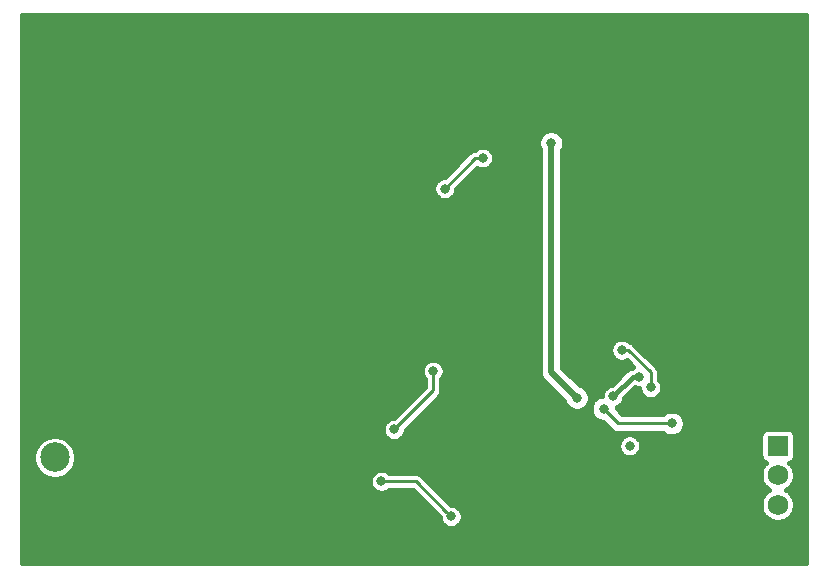
<source format=gbr>
%TF.GenerationSoftware,KiCad,Pcbnew,(5.1.4)-1*%
%TF.CreationDate,2020-02-28T22:37:56+08:00*%
%TF.ProjectId,power,706f7765-722e-46b6-9963-61645f706362,rev?*%
%TF.SameCoordinates,Original*%
%TF.FileFunction,Copper,L2,Bot*%
%TF.FilePolarity,Positive*%
%FSLAX46Y46*%
G04 Gerber Fmt 4.6, Leading zero omitted, Abs format (unit mm)*
G04 Created by KiCad (PCBNEW (5.1.4)-1) date 2020-02-28 22:37:56*
%MOMM*%
%LPD*%
G04 APERTURE LIST*
%ADD10C,0.800000*%
%ADD11C,6.000000*%
%ADD12C,2.500000*%
%ADD13C,1.750000*%
%ADD14R,1.750000X1.750000*%
%ADD15C,0.381000*%
%ADD16C,0.254000*%
%ADD17C,0.508000*%
%ADD18C,0.250000*%
%ADD19C,0.350000*%
G04 APERTURE END LIST*
D10*
X85456810Y-49062500D03*
X85456810Y-51437500D03*
X83400000Y-52625000D03*
X81343190Y-51437500D03*
X81343190Y-49062500D03*
X83400000Y-47875000D03*
D11*
X83400000Y-50250000D03*
D10*
X38456810Y-45062500D03*
X38456810Y-47437500D03*
X36400000Y-48625000D03*
X34343190Y-47437500D03*
X34343190Y-45062500D03*
X36400000Y-43875000D03*
D11*
X36400000Y-46250000D03*
D12*
X23600000Y-63250000D03*
X23600000Y-58250000D03*
D13*
X84800000Y-64750000D03*
X84800000Y-62250000D03*
X84800000Y-59750000D03*
D14*
X84800000Y-57250000D03*
D10*
X62992000Y-34036000D03*
X58039000Y-32131000D03*
X78740000Y-59055000D03*
X72263000Y-57270992D03*
X70866000Y-53086000D03*
X73075350Y-51396340D03*
X51259748Y-60276752D03*
X57150000Y-63246000D03*
X52324000Y-55880012D03*
X55626000Y-50927000D03*
X75819000Y-55372000D03*
X70062185Y-54117880D03*
X65626000Y-31623000D03*
X67797342Y-53211206D03*
X56624807Y-35480210D03*
X59817000Y-32893002D03*
X74041000Y-52324000D03*
X71596290Y-49152485D03*
D15*
X72390000Y-57143992D02*
X72263000Y-57270992D01*
X70866000Y-53086000D02*
X72555660Y-51396340D01*
X72555660Y-51396340D02*
X73075350Y-51396340D01*
D16*
X54180752Y-60276752D02*
X56750001Y-62846001D01*
X56750001Y-62846001D02*
X57150000Y-63246000D01*
X51259748Y-60276752D02*
X54180752Y-60276752D01*
X55626000Y-52578012D02*
X55626000Y-51492685D01*
X55626000Y-51492685D02*
X55626000Y-50927000D01*
X52324000Y-55880012D02*
X55626000Y-52578012D01*
X71316305Y-55372000D02*
X70062185Y-54117880D01*
X75819000Y-55372000D02*
X71316305Y-55372000D01*
D17*
X67397343Y-52811207D02*
X67797342Y-53211206D01*
X65626000Y-31623000D02*
X65626000Y-51039864D01*
X65626000Y-51039864D02*
X67397343Y-52811207D01*
D16*
X59212015Y-32893002D02*
X59251315Y-32893002D01*
X59251315Y-32893002D02*
X59817000Y-32893002D01*
X56624807Y-35480210D02*
X59212015Y-32893002D01*
D18*
X74041000Y-51031510D02*
X72161975Y-49152485D01*
X72161975Y-49152485D02*
X71596290Y-49152485D01*
X74041000Y-52324000D02*
X74041000Y-51031510D01*
D15*
G36*
X87178501Y-67178500D02*
G01*
X20821500Y-67178500D01*
X20821500Y-60181068D01*
X50288248Y-60181068D01*
X50288248Y-60372436D01*
X50325582Y-60560128D01*
X50398816Y-60736930D01*
X50505134Y-60896047D01*
X50640453Y-61031366D01*
X50799570Y-61137684D01*
X50976372Y-61210918D01*
X51164064Y-61248252D01*
X51355432Y-61248252D01*
X51543124Y-61210918D01*
X51719926Y-61137684D01*
X51879043Y-61031366D01*
X51935157Y-60975252D01*
X53891425Y-60975252D01*
X56178500Y-63262328D01*
X56178500Y-63341684D01*
X56215834Y-63529376D01*
X56289068Y-63706178D01*
X56395386Y-63865295D01*
X56530705Y-64000614D01*
X56689822Y-64106932D01*
X56866624Y-64180166D01*
X57054316Y-64217500D01*
X57245684Y-64217500D01*
X57433376Y-64180166D01*
X57610178Y-64106932D01*
X57769295Y-64000614D01*
X57904614Y-63865295D01*
X58010932Y-63706178D01*
X58084166Y-63529376D01*
X58121500Y-63341684D01*
X58121500Y-63150316D01*
X58084166Y-62962624D01*
X58010932Y-62785822D01*
X57904614Y-62626705D01*
X57769295Y-62491386D01*
X57610178Y-62385068D01*
X57433376Y-62311834D01*
X57245684Y-62274500D01*
X57166328Y-62274500D01*
X54698927Y-59807100D01*
X54677055Y-59780449D01*
X54570695Y-59693161D01*
X54449349Y-59628300D01*
X54317682Y-59588359D01*
X54215061Y-59578252D01*
X54215050Y-59578252D01*
X54180752Y-59574874D01*
X54146454Y-59578252D01*
X51935157Y-59578252D01*
X51879043Y-59522138D01*
X51719926Y-59415820D01*
X51543124Y-59342586D01*
X51355432Y-59305252D01*
X51164064Y-59305252D01*
X50976372Y-59342586D01*
X50799570Y-59415820D01*
X50640453Y-59522138D01*
X50505134Y-59657457D01*
X50398816Y-59816574D01*
X50325582Y-59993376D01*
X50288248Y-60181068D01*
X20821500Y-60181068D01*
X20821500Y-58070598D01*
X21778500Y-58070598D01*
X21778500Y-58429402D01*
X21848500Y-58781312D01*
X21985808Y-59112804D01*
X22185149Y-59411138D01*
X22438862Y-59664851D01*
X22737196Y-59864192D01*
X23068688Y-60001500D01*
X23420598Y-60071500D01*
X23779402Y-60071500D01*
X24131312Y-60001500D01*
X24462804Y-59864192D01*
X24761138Y-59664851D01*
X25014851Y-59411138D01*
X25214192Y-59112804D01*
X25351500Y-58781312D01*
X25421500Y-58429402D01*
X25421500Y-58070598D01*
X25351500Y-57718688D01*
X25214192Y-57387196D01*
X25072613Y-57175308D01*
X71291500Y-57175308D01*
X71291500Y-57366676D01*
X71328834Y-57554368D01*
X71402068Y-57731170D01*
X71508386Y-57890287D01*
X71643705Y-58025606D01*
X71802822Y-58131924D01*
X71979624Y-58205158D01*
X72167316Y-58242492D01*
X72358684Y-58242492D01*
X72546376Y-58205158D01*
X72723178Y-58131924D01*
X72882295Y-58025606D01*
X73017614Y-57890287D01*
X73123932Y-57731170D01*
X73197166Y-57554368D01*
X73234500Y-57366676D01*
X73234500Y-57175308D01*
X73197166Y-56987616D01*
X73123932Y-56810814D01*
X73017614Y-56651697D01*
X72882295Y-56516378D01*
X72723178Y-56410060D01*
X72546376Y-56336826D01*
X72358684Y-56299492D01*
X72167316Y-56299492D01*
X71979624Y-56336826D01*
X71802822Y-56410060D01*
X71643705Y-56516378D01*
X71508386Y-56651697D01*
X71402068Y-56810814D01*
X71328834Y-56987616D01*
X71291500Y-57175308D01*
X25072613Y-57175308D01*
X25014851Y-57088862D01*
X24761138Y-56835149D01*
X24462804Y-56635808D01*
X24131312Y-56498500D01*
X23779402Y-56428500D01*
X23420598Y-56428500D01*
X23068688Y-56498500D01*
X22737196Y-56635808D01*
X22438862Y-56835149D01*
X22185149Y-57088862D01*
X21985808Y-57387196D01*
X21848500Y-57718688D01*
X21778500Y-58070598D01*
X20821500Y-58070598D01*
X20821500Y-55784328D01*
X51352500Y-55784328D01*
X51352500Y-55975696D01*
X51389834Y-56163388D01*
X51463068Y-56340190D01*
X51569386Y-56499307D01*
X51704705Y-56634626D01*
X51863822Y-56740944D01*
X52040624Y-56814178D01*
X52228316Y-56851512D01*
X52419684Y-56851512D01*
X52607376Y-56814178D01*
X52784178Y-56740944D01*
X52943295Y-56634626D01*
X53078614Y-56499307D01*
X53184932Y-56340190D01*
X53258166Y-56163388D01*
X53295500Y-55975696D01*
X53295500Y-55896339D01*
X56095667Y-53096174D01*
X56122302Y-53074315D01*
X56144162Y-53047679D01*
X56144174Y-53047667D01*
X56209591Y-52967956D01*
X56274451Y-52846611D01*
X56274452Y-52846608D01*
X56314393Y-52714942D01*
X56324500Y-52612321D01*
X56324500Y-52612311D01*
X56327878Y-52578013D01*
X56324500Y-52543715D01*
X56324500Y-51602409D01*
X56380614Y-51546295D01*
X56486932Y-51387178D01*
X56560166Y-51210376D01*
X56597500Y-51022684D01*
X56597500Y-50831316D01*
X56560166Y-50643624D01*
X56486932Y-50466822D01*
X56380614Y-50307705D01*
X56245295Y-50172386D01*
X56086178Y-50066068D01*
X55909376Y-49992834D01*
X55721684Y-49955500D01*
X55530316Y-49955500D01*
X55342624Y-49992834D01*
X55165822Y-50066068D01*
X55006705Y-50172386D01*
X54871386Y-50307705D01*
X54765068Y-50466822D01*
X54691834Y-50643624D01*
X54654500Y-50831316D01*
X54654500Y-51022684D01*
X54691834Y-51210376D01*
X54765068Y-51387178D01*
X54871386Y-51546295D01*
X54927501Y-51602410D01*
X54927500Y-52288683D01*
X52307673Y-54908512D01*
X52228316Y-54908512D01*
X52040624Y-54945846D01*
X51863822Y-55019080D01*
X51704705Y-55125398D01*
X51569386Y-55260717D01*
X51463068Y-55419834D01*
X51389834Y-55596636D01*
X51352500Y-55784328D01*
X20821500Y-55784328D01*
X20821500Y-35384526D01*
X55653307Y-35384526D01*
X55653307Y-35575894D01*
X55690641Y-35763586D01*
X55763875Y-35940388D01*
X55870193Y-36099505D01*
X56005512Y-36234824D01*
X56164629Y-36341142D01*
X56341431Y-36414376D01*
X56529123Y-36451710D01*
X56720491Y-36451710D01*
X56908183Y-36414376D01*
X57084985Y-36341142D01*
X57244102Y-36234824D01*
X57379421Y-36099505D01*
X57485739Y-35940388D01*
X57558973Y-35763586D01*
X57596307Y-35575894D01*
X57596307Y-35496537D01*
X59346085Y-33746760D01*
X59356822Y-33753934D01*
X59533624Y-33827168D01*
X59721316Y-33864502D01*
X59912684Y-33864502D01*
X60100376Y-33827168D01*
X60277178Y-33753934D01*
X60436295Y-33647616D01*
X60571614Y-33512297D01*
X60677932Y-33353180D01*
X60751166Y-33176378D01*
X60788500Y-32988686D01*
X60788500Y-32797318D01*
X60751166Y-32609626D01*
X60677932Y-32432824D01*
X60571614Y-32273707D01*
X60436295Y-32138388D01*
X60277178Y-32032070D01*
X60100376Y-31958836D01*
X59912684Y-31921502D01*
X59721316Y-31921502D01*
X59533624Y-31958836D01*
X59356822Y-32032070D01*
X59197705Y-32138388D01*
X59137645Y-32198448D01*
X59075085Y-32204609D01*
X58943418Y-32244550D01*
X58822072Y-32309411D01*
X58742361Y-32374828D01*
X58742358Y-32374831D01*
X58715712Y-32396699D01*
X58693844Y-32423345D01*
X56608480Y-34508710D01*
X56529123Y-34508710D01*
X56341431Y-34546044D01*
X56164629Y-34619278D01*
X56005512Y-34725596D01*
X55870193Y-34860915D01*
X55763875Y-35020032D01*
X55690641Y-35196834D01*
X55653307Y-35384526D01*
X20821500Y-35384526D01*
X20821500Y-31514807D01*
X64527500Y-31514807D01*
X64527500Y-31731193D01*
X64569715Y-31943421D01*
X64652522Y-32143335D01*
X64673500Y-32174731D01*
X64673501Y-50993069D01*
X64668892Y-51039864D01*
X64687283Y-51226586D01*
X64741749Y-51406133D01*
X64829009Y-51569386D01*
X64830195Y-51571605D01*
X64949223Y-51716642D01*
X64985565Y-51746467D01*
X66733690Y-53494592D01*
X66741057Y-53531627D01*
X66823864Y-53731541D01*
X66944081Y-53911459D01*
X67097089Y-54064467D01*
X67277007Y-54184684D01*
X67476921Y-54267491D01*
X67689149Y-54309706D01*
X67905535Y-54309706D01*
X68117763Y-54267491D01*
X68317677Y-54184684D01*
X68497595Y-54064467D01*
X68552375Y-54009687D01*
X68963685Y-54009687D01*
X68963685Y-54226073D01*
X69005900Y-54438301D01*
X69088707Y-54638215D01*
X69208924Y-54818133D01*
X69361932Y-54971141D01*
X69541850Y-55091358D01*
X69741764Y-55174165D01*
X69953992Y-55216380D01*
X69993252Y-55216380D01*
X70703916Y-55927045D01*
X70729764Y-55958541D01*
X70761260Y-55984389D01*
X70761263Y-55984392D01*
X70855462Y-56061699D01*
X70998871Y-56138353D01*
X71154479Y-56185556D01*
X71275752Y-56197500D01*
X71275755Y-56197500D01*
X71316305Y-56201494D01*
X71356855Y-56197500D01*
X75090986Y-56197500D01*
X75118747Y-56225261D01*
X75298665Y-56345478D01*
X75498579Y-56428285D01*
X75710807Y-56470500D01*
X75927193Y-56470500D01*
X76139421Y-56428285D01*
X76268062Y-56375000D01*
X83350735Y-56375000D01*
X83350735Y-58125000D01*
X83361769Y-58237034D01*
X83394448Y-58344762D01*
X83447516Y-58444045D01*
X83518933Y-58531067D01*
X83605955Y-58602484D01*
X83705238Y-58655552D01*
X83812966Y-58688231D01*
X83815827Y-58688513D01*
X83676430Y-58827910D01*
X83518128Y-59064825D01*
X83409088Y-59328072D01*
X83353500Y-59607532D01*
X83353500Y-59892468D01*
X83409088Y-60171928D01*
X83518128Y-60435175D01*
X83676430Y-60672090D01*
X83877910Y-60873570D01*
X84067125Y-61000000D01*
X83877910Y-61126430D01*
X83676430Y-61327910D01*
X83518128Y-61564825D01*
X83409088Y-61828072D01*
X83353500Y-62107532D01*
X83353500Y-62392468D01*
X83409088Y-62671928D01*
X83518128Y-62935175D01*
X83676430Y-63172090D01*
X83877910Y-63373570D01*
X84114825Y-63531872D01*
X84378072Y-63640912D01*
X84657532Y-63696500D01*
X84942468Y-63696500D01*
X85221928Y-63640912D01*
X85485175Y-63531872D01*
X85722090Y-63373570D01*
X85923570Y-63172090D01*
X86081872Y-62935175D01*
X86190912Y-62671928D01*
X86246500Y-62392468D01*
X86246500Y-62107532D01*
X86190912Y-61828072D01*
X86081872Y-61564825D01*
X85923570Y-61327910D01*
X85722090Y-61126430D01*
X85532875Y-61000000D01*
X85722090Y-60873570D01*
X85923570Y-60672090D01*
X86081872Y-60435175D01*
X86190912Y-60171928D01*
X86246500Y-59892468D01*
X86246500Y-59607532D01*
X86190912Y-59328072D01*
X86081872Y-59064825D01*
X85923570Y-58827910D01*
X85784173Y-58688513D01*
X85787034Y-58688231D01*
X85894762Y-58655552D01*
X85994045Y-58602484D01*
X86081067Y-58531067D01*
X86152484Y-58444045D01*
X86205552Y-58344762D01*
X86238231Y-58237034D01*
X86249265Y-58125000D01*
X86249265Y-56375000D01*
X86238231Y-56262966D01*
X86205552Y-56155238D01*
X86152484Y-56055955D01*
X86081067Y-55968933D01*
X85994045Y-55897516D01*
X85894762Y-55844448D01*
X85787034Y-55811769D01*
X85675000Y-55800735D01*
X83925000Y-55800735D01*
X83812966Y-55811769D01*
X83705238Y-55844448D01*
X83605955Y-55897516D01*
X83518933Y-55968933D01*
X83447516Y-56055955D01*
X83394448Y-56155238D01*
X83361769Y-56262966D01*
X83350735Y-56375000D01*
X76268062Y-56375000D01*
X76339335Y-56345478D01*
X76519253Y-56225261D01*
X76672261Y-56072253D01*
X76792478Y-55892335D01*
X76875285Y-55692421D01*
X76917500Y-55480193D01*
X76917500Y-55263807D01*
X76875285Y-55051579D01*
X76792478Y-54851665D01*
X76672261Y-54671747D01*
X76519253Y-54518739D01*
X76339335Y-54398522D01*
X76139421Y-54315715D01*
X75927193Y-54273500D01*
X75710807Y-54273500D01*
X75498579Y-54315715D01*
X75298665Y-54398522D01*
X75118747Y-54518739D01*
X75090986Y-54546500D01*
X71658239Y-54546500D01*
X71160685Y-54048947D01*
X71160685Y-54015482D01*
X71326178Y-53946932D01*
X71485295Y-53840614D01*
X71620614Y-53705295D01*
X71726932Y-53546178D01*
X71800166Y-53369376D01*
X71834906Y-53194724D01*
X72726320Y-52303311D01*
X72791974Y-52330506D01*
X72979666Y-52367840D01*
X73069500Y-52367840D01*
X73069500Y-52419684D01*
X73106834Y-52607376D01*
X73180068Y-52784178D01*
X73286386Y-52943295D01*
X73421705Y-53078614D01*
X73580822Y-53184932D01*
X73757624Y-53258166D01*
X73945316Y-53295500D01*
X74136684Y-53295500D01*
X74324376Y-53258166D01*
X74501178Y-53184932D01*
X74660295Y-53078614D01*
X74795614Y-52943295D01*
X74901932Y-52784178D01*
X74975166Y-52607376D01*
X75012500Y-52419684D01*
X75012500Y-52228316D01*
X74975166Y-52040624D01*
X74901932Y-51863822D01*
X74795614Y-51704705D01*
X74737500Y-51646591D01*
X74737500Y-51065726D01*
X74740870Y-51031510D01*
X74727422Y-50894972D01*
X74687596Y-50763681D01*
X74647645Y-50688939D01*
X74622921Y-50642683D01*
X74535883Y-50536627D01*
X74509305Y-50514815D01*
X72678675Y-48684186D01*
X72656858Y-48657602D01*
X72550802Y-48570564D01*
X72429804Y-48505889D01*
X72298513Y-48466063D01*
X72282167Y-48464453D01*
X72215585Y-48397871D01*
X72056468Y-48291553D01*
X71879666Y-48218319D01*
X71691974Y-48180985D01*
X71500606Y-48180985D01*
X71312914Y-48218319D01*
X71136112Y-48291553D01*
X70976995Y-48397871D01*
X70841676Y-48533190D01*
X70735358Y-48692307D01*
X70662124Y-48869109D01*
X70624790Y-49056801D01*
X70624790Y-49248169D01*
X70662124Y-49435861D01*
X70735358Y-49612663D01*
X70841676Y-49771780D01*
X70976995Y-49907099D01*
X71136112Y-50013417D01*
X71312914Y-50086651D01*
X71500606Y-50123985D01*
X71691974Y-50123985D01*
X71879666Y-50086651D01*
X72043344Y-50018853D01*
X72582038Y-50557547D01*
X72458270Y-50640246D01*
X72406282Y-50645366D01*
X72262645Y-50688938D01*
X72130268Y-50759695D01*
X72014238Y-50854918D01*
X71990381Y-50883988D01*
X70757276Y-52117094D01*
X70582624Y-52151834D01*
X70405822Y-52225068D01*
X70246705Y-52331386D01*
X70111386Y-52466705D01*
X70005068Y-52625822D01*
X69931834Y-52802624D01*
X69894500Y-52990316D01*
X69894500Y-53031214D01*
X69741764Y-53061595D01*
X69541850Y-53144402D01*
X69361932Y-53264619D01*
X69208924Y-53417627D01*
X69088707Y-53597545D01*
X69005900Y-53797459D01*
X68963685Y-54009687D01*
X68552375Y-54009687D01*
X68650603Y-53911459D01*
X68770820Y-53731541D01*
X68853627Y-53531627D01*
X68895842Y-53319399D01*
X68895842Y-53103013D01*
X68853627Y-52890785D01*
X68770820Y-52690871D01*
X68650603Y-52510953D01*
X68497595Y-52357945D01*
X68317677Y-52237728D01*
X68117763Y-52154921D01*
X68080728Y-52147554D01*
X66578500Y-50645326D01*
X66578500Y-32174731D01*
X66599478Y-32143335D01*
X66682285Y-31943421D01*
X66724500Y-31731193D01*
X66724500Y-31514807D01*
X66682285Y-31302579D01*
X66599478Y-31102665D01*
X66479261Y-30922747D01*
X66326253Y-30769739D01*
X66146335Y-30649522D01*
X65946421Y-30566715D01*
X65734193Y-30524500D01*
X65517807Y-30524500D01*
X65305579Y-30566715D01*
X65105665Y-30649522D01*
X64925747Y-30769739D01*
X64772739Y-30922747D01*
X64652522Y-31102665D01*
X64569715Y-31302579D01*
X64527500Y-31514807D01*
X20821500Y-31514807D01*
X20821500Y-20821500D01*
X87178500Y-20821500D01*
X87178501Y-67178500D01*
X87178501Y-67178500D01*
G37*
X87178501Y-67178500D02*
X20821500Y-67178500D01*
X20821500Y-60181068D01*
X50288248Y-60181068D01*
X50288248Y-60372436D01*
X50325582Y-60560128D01*
X50398816Y-60736930D01*
X50505134Y-60896047D01*
X50640453Y-61031366D01*
X50799570Y-61137684D01*
X50976372Y-61210918D01*
X51164064Y-61248252D01*
X51355432Y-61248252D01*
X51543124Y-61210918D01*
X51719926Y-61137684D01*
X51879043Y-61031366D01*
X51935157Y-60975252D01*
X53891425Y-60975252D01*
X56178500Y-63262328D01*
X56178500Y-63341684D01*
X56215834Y-63529376D01*
X56289068Y-63706178D01*
X56395386Y-63865295D01*
X56530705Y-64000614D01*
X56689822Y-64106932D01*
X56866624Y-64180166D01*
X57054316Y-64217500D01*
X57245684Y-64217500D01*
X57433376Y-64180166D01*
X57610178Y-64106932D01*
X57769295Y-64000614D01*
X57904614Y-63865295D01*
X58010932Y-63706178D01*
X58084166Y-63529376D01*
X58121500Y-63341684D01*
X58121500Y-63150316D01*
X58084166Y-62962624D01*
X58010932Y-62785822D01*
X57904614Y-62626705D01*
X57769295Y-62491386D01*
X57610178Y-62385068D01*
X57433376Y-62311834D01*
X57245684Y-62274500D01*
X57166328Y-62274500D01*
X54698927Y-59807100D01*
X54677055Y-59780449D01*
X54570695Y-59693161D01*
X54449349Y-59628300D01*
X54317682Y-59588359D01*
X54215061Y-59578252D01*
X54215050Y-59578252D01*
X54180752Y-59574874D01*
X54146454Y-59578252D01*
X51935157Y-59578252D01*
X51879043Y-59522138D01*
X51719926Y-59415820D01*
X51543124Y-59342586D01*
X51355432Y-59305252D01*
X51164064Y-59305252D01*
X50976372Y-59342586D01*
X50799570Y-59415820D01*
X50640453Y-59522138D01*
X50505134Y-59657457D01*
X50398816Y-59816574D01*
X50325582Y-59993376D01*
X50288248Y-60181068D01*
X20821500Y-60181068D01*
X20821500Y-58070598D01*
X21778500Y-58070598D01*
X21778500Y-58429402D01*
X21848500Y-58781312D01*
X21985808Y-59112804D01*
X22185149Y-59411138D01*
X22438862Y-59664851D01*
X22737196Y-59864192D01*
X23068688Y-60001500D01*
X23420598Y-60071500D01*
X23779402Y-60071500D01*
X24131312Y-60001500D01*
X24462804Y-59864192D01*
X24761138Y-59664851D01*
X25014851Y-59411138D01*
X25214192Y-59112804D01*
X25351500Y-58781312D01*
X25421500Y-58429402D01*
X25421500Y-58070598D01*
X25351500Y-57718688D01*
X25214192Y-57387196D01*
X25072613Y-57175308D01*
X71291500Y-57175308D01*
X71291500Y-57366676D01*
X71328834Y-57554368D01*
X71402068Y-57731170D01*
X71508386Y-57890287D01*
X71643705Y-58025606D01*
X71802822Y-58131924D01*
X71979624Y-58205158D01*
X72167316Y-58242492D01*
X72358684Y-58242492D01*
X72546376Y-58205158D01*
X72723178Y-58131924D01*
X72882295Y-58025606D01*
X73017614Y-57890287D01*
X73123932Y-57731170D01*
X73197166Y-57554368D01*
X73234500Y-57366676D01*
X73234500Y-57175308D01*
X73197166Y-56987616D01*
X73123932Y-56810814D01*
X73017614Y-56651697D01*
X72882295Y-56516378D01*
X72723178Y-56410060D01*
X72546376Y-56336826D01*
X72358684Y-56299492D01*
X72167316Y-56299492D01*
X71979624Y-56336826D01*
X71802822Y-56410060D01*
X71643705Y-56516378D01*
X71508386Y-56651697D01*
X71402068Y-56810814D01*
X71328834Y-56987616D01*
X71291500Y-57175308D01*
X25072613Y-57175308D01*
X25014851Y-57088862D01*
X24761138Y-56835149D01*
X24462804Y-56635808D01*
X24131312Y-56498500D01*
X23779402Y-56428500D01*
X23420598Y-56428500D01*
X23068688Y-56498500D01*
X22737196Y-56635808D01*
X22438862Y-56835149D01*
X22185149Y-57088862D01*
X21985808Y-57387196D01*
X21848500Y-57718688D01*
X21778500Y-58070598D01*
X20821500Y-58070598D01*
X20821500Y-55784328D01*
X51352500Y-55784328D01*
X51352500Y-55975696D01*
X51389834Y-56163388D01*
X51463068Y-56340190D01*
X51569386Y-56499307D01*
X51704705Y-56634626D01*
X51863822Y-56740944D01*
X52040624Y-56814178D01*
X52228316Y-56851512D01*
X52419684Y-56851512D01*
X52607376Y-56814178D01*
X52784178Y-56740944D01*
X52943295Y-56634626D01*
X53078614Y-56499307D01*
X53184932Y-56340190D01*
X53258166Y-56163388D01*
X53295500Y-55975696D01*
X53295500Y-55896339D01*
X56095667Y-53096174D01*
X56122302Y-53074315D01*
X56144162Y-53047679D01*
X56144174Y-53047667D01*
X56209591Y-52967956D01*
X56274451Y-52846611D01*
X56274452Y-52846608D01*
X56314393Y-52714942D01*
X56324500Y-52612321D01*
X56324500Y-52612311D01*
X56327878Y-52578013D01*
X56324500Y-52543715D01*
X56324500Y-51602409D01*
X56380614Y-51546295D01*
X56486932Y-51387178D01*
X56560166Y-51210376D01*
X56597500Y-51022684D01*
X56597500Y-50831316D01*
X56560166Y-50643624D01*
X56486932Y-50466822D01*
X56380614Y-50307705D01*
X56245295Y-50172386D01*
X56086178Y-50066068D01*
X55909376Y-49992834D01*
X55721684Y-49955500D01*
X55530316Y-49955500D01*
X55342624Y-49992834D01*
X55165822Y-50066068D01*
X55006705Y-50172386D01*
X54871386Y-50307705D01*
X54765068Y-50466822D01*
X54691834Y-50643624D01*
X54654500Y-50831316D01*
X54654500Y-51022684D01*
X54691834Y-51210376D01*
X54765068Y-51387178D01*
X54871386Y-51546295D01*
X54927501Y-51602410D01*
X54927500Y-52288683D01*
X52307673Y-54908512D01*
X52228316Y-54908512D01*
X52040624Y-54945846D01*
X51863822Y-55019080D01*
X51704705Y-55125398D01*
X51569386Y-55260717D01*
X51463068Y-55419834D01*
X51389834Y-55596636D01*
X51352500Y-55784328D01*
X20821500Y-55784328D01*
X20821500Y-35384526D01*
X55653307Y-35384526D01*
X55653307Y-35575894D01*
X55690641Y-35763586D01*
X55763875Y-35940388D01*
X55870193Y-36099505D01*
X56005512Y-36234824D01*
X56164629Y-36341142D01*
X56341431Y-36414376D01*
X56529123Y-36451710D01*
X56720491Y-36451710D01*
X56908183Y-36414376D01*
X57084985Y-36341142D01*
X57244102Y-36234824D01*
X57379421Y-36099505D01*
X57485739Y-35940388D01*
X57558973Y-35763586D01*
X57596307Y-35575894D01*
X57596307Y-35496537D01*
X59346085Y-33746760D01*
X59356822Y-33753934D01*
X59533624Y-33827168D01*
X59721316Y-33864502D01*
X59912684Y-33864502D01*
X60100376Y-33827168D01*
X60277178Y-33753934D01*
X60436295Y-33647616D01*
X60571614Y-33512297D01*
X60677932Y-33353180D01*
X60751166Y-33176378D01*
X60788500Y-32988686D01*
X60788500Y-32797318D01*
X60751166Y-32609626D01*
X60677932Y-32432824D01*
X60571614Y-32273707D01*
X60436295Y-32138388D01*
X60277178Y-32032070D01*
X60100376Y-31958836D01*
X59912684Y-31921502D01*
X59721316Y-31921502D01*
X59533624Y-31958836D01*
X59356822Y-32032070D01*
X59197705Y-32138388D01*
X59137645Y-32198448D01*
X59075085Y-32204609D01*
X58943418Y-32244550D01*
X58822072Y-32309411D01*
X58742361Y-32374828D01*
X58742358Y-32374831D01*
X58715712Y-32396699D01*
X58693844Y-32423345D01*
X56608480Y-34508710D01*
X56529123Y-34508710D01*
X56341431Y-34546044D01*
X56164629Y-34619278D01*
X56005512Y-34725596D01*
X55870193Y-34860915D01*
X55763875Y-35020032D01*
X55690641Y-35196834D01*
X55653307Y-35384526D01*
X20821500Y-35384526D01*
X20821500Y-31514807D01*
X64527500Y-31514807D01*
X64527500Y-31731193D01*
X64569715Y-31943421D01*
X64652522Y-32143335D01*
X64673500Y-32174731D01*
X64673501Y-50993069D01*
X64668892Y-51039864D01*
X64687283Y-51226586D01*
X64741749Y-51406133D01*
X64829009Y-51569386D01*
X64830195Y-51571605D01*
X64949223Y-51716642D01*
X64985565Y-51746467D01*
X66733690Y-53494592D01*
X66741057Y-53531627D01*
X66823864Y-53731541D01*
X66944081Y-53911459D01*
X67097089Y-54064467D01*
X67277007Y-54184684D01*
X67476921Y-54267491D01*
X67689149Y-54309706D01*
X67905535Y-54309706D01*
X68117763Y-54267491D01*
X68317677Y-54184684D01*
X68497595Y-54064467D01*
X68552375Y-54009687D01*
X68963685Y-54009687D01*
X68963685Y-54226073D01*
X69005900Y-54438301D01*
X69088707Y-54638215D01*
X69208924Y-54818133D01*
X69361932Y-54971141D01*
X69541850Y-55091358D01*
X69741764Y-55174165D01*
X69953992Y-55216380D01*
X69993252Y-55216380D01*
X70703916Y-55927045D01*
X70729764Y-55958541D01*
X70761260Y-55984389D01*
X70761263Y-55984392D01*
X70855462Y-56061699D01*
X70998871Y-56138353D01*
X71154479Y-56185556D01*
X71275752Y-56197500D01*
X71275755Y-56197500D01*
X71316305Y-56201494D01*
X71356855Y-56197500D01*
X75090986Y-56197500D01*
X75118747Y-56225261D01*
X75298665Y-56345478D01*
X75498579Y-56428285D01*
X75710807Y-56470500D01*
X75927193Y-56470500D01*
X76139421Y-56428285D01*
X76268062Y-56375000D01*
X83350735Y-56375000D01*
X83350735Y-58125000D01*
X83361769Y-58237034D01*
X83394448Y-58344762D01*
X83447516Y-58444045D01*
X83518933Y-58531067D01*
X83605955Y-58602484D01*
X83705238Y-58655552D01*
X83812966Y-58688231D01*
X83815827Y-58688513D01*
X83676430Y-58827910D01*
X83518128Y-59064825D01*
X83409088Y-59328072D01*
X83353500Y-59607532D01*
X83353500Y-59892468D01*
X83409088Y-60171928D01*
X83518128Y-60435175D01*
X83676430Y-60672090D01*
X83877910Y-60873570D01*
X84067125Y-61000000D01*
X83877910Y-61126430D01*
X83676430Y-61327910D01*
X83518128Y-61564825D01*
X83409088Y-61828072D01*
X83353500Y-62107532D01*
X83353500Y-62392468D01*
X83409088Y-62671928D01*
X83518128Y-62935175D01*
X83676430Y-63172090D01*
X83877910Y-63373570D01*
X84114825Y-63531872D01*
X84378072Y-63640912D01*
X84657532Y-63696500D01*
X84942468Y-63696500D01*
X85221928Y-63640912D01*
X85485175Y-63531872D01*
X85722090Y-63373570D01*
X85923570Y-63172090D01*
X86081872Y-62935175D01*
X86190912Y-62671928D01*
X86246500Y-62392468D01*
X86246500Y-62107532D01*
X86190912Y-61828072D01*
X86081872Y-61564825D01*
X85923570Y-61327910D01*
X85722090Y-61126430D01*
X85532875Y-61000000D01*
X85722090Y-60873570D01*
X85923570Y-60672090D01*
X86081872Y-60435175D01*
X86190912Y-60171928D01*
X86246500Y-59892468D01*
X86246500Y-59607532D01*
X86190912Y-59328072D01*
X86081872Y-59064825D01*
X85923570Y-58827910D01*
X85784173Y-58688513D01*
X85787034Y-58688231D01*
X85894762Y-58655552D01*
X85994045Y-58602484D01*
X86081067Y-58531067D01*
X86152484Y-58444045D01*
X86205552Y-58344762D01*
X86238231Y-58237034D01*
X86249265Y-58125000D01*
X86249265Y-56375000D01*
X86238231Y-56262966D01*
X86205552Y-56155238D01*
X86152484Y-56055955D01*
X86081067Y-55968933D01*
X85994045Y-55897516D01*
X85894762Y-55844448D01*
X85787034Y-55811769D01*
X85675000Y-55800735D01*
X83925000Y-55800735D01*
X83812966Y-55811769D01*
X83705238Y-55844448D01*
X83605955Y-55897516D01*
X83518933Y-55968933D01*
X83447516Y-56055955D01*
X83394448Y-56155238D01*
X83361769Y-56262966D01*
X83350735Y-56375000D01*
X76268062Y-56375000D01*
X76339335Y-56345478D01*
X76519253Y-56225261D01*
X76672261Y-56072253D01*
X76792478Y-55892335D01*
X76875285Y-55692421D01*
X76917500Y-55480193D01*
X76917500Y-55263807D01*
X76875285Y-55051579D01*
X76792478Y-54851665D01*
X76672261Y-54671747D01*
X76519253Y-54518739D01*
X76339335Y-54398522D01*
X76139421Y-54315715D01*
X75927193Y-54273500D01*
X75710807Y-54273500D01*
X75498579Y-54315715D01*
X75298665Y-54398522D01*
X75118747Y-54518739D01*
X75090986Y-54546500D01*
X71658239Y-54546500D01*
X71160685Y-54048947D01*
X71160685Y-54015482D01*
X71326178Y-53946932D01*
X71485295Y-53840614D01*
X71620614Y-53705295D01*
X71726932Y-53546178D01*
X71800166Y-53369376D01*
X71834906Y-53194724D01*
X72726320Y-52303311D01*
X72791974Y-52330506D01*
X72979666Y-52367840D01*
X73069500Y-52367840D01*
X73069500Y-52419684D01*
X73106834Y-52607376D01*
X73180068Y-52784178D01*
X73286386Y-52943295D01*
X73421705Y-53078614D01*
X73580822Y-53184932D01*
X73757624Y-53258166D01*
X73945316Y-53295500D01*
X74136684Y-53295500D01*
X74324376Y-53258166D01*
X74501178Y-53184932D01*
X74660295Y-53078614D01*
X74795614Y-52943295D01*
X74901932Y-52784178D01*
X74975166Y-52607376D01*
X75012500Y-52419684D01*
X75012500Y-52228316D01*
X74975166Y-52040624D01*
X74901932Y-51863822D01*
X74795614Y-51704705D01*
X74737500Y-51646591D01*
X74737500Y-51065726D01*
X74740870Y-51031510D01*
X74727422Y-50894972D01*
X74687596Y-50763681D01*
X74647645Y-50688939D01*
X74622921Y-50642683D01*
X74535883Y-50536627D01*
X74509305Y-50514815D01*
X72678675Y-48684186D01*
X72656858Y-48657602D01*
X72550802Y-48570564D01*
X72429804Y-48505889D01*
X72298513Y-48466063D01*
X72282167Y-48464453D01*
X72215585Y-48397871D01*
X72056468Y-48291553D01*
X71879666Y-48218319D01*
X71691974Y-48180985D01*
X71500606Y-48180985D01*
X71312914Y-48218319D01*
X71136112Y-48291553D01*
X70976995Y-48397871D01*
X70841676Y-48533190D01*
X70735358Y-48692307D01*
X70662124Y-48869109D01*
X70624790Y-49056801D01*
X70624790Y-49248169D01*
X70662124Y-49435861D01*
X70735358Y-49612663D01*
X70841676Y-49771780D01*
X70976995Y-49907099D01*
X71136112Y-50013417D01*
X71312914Y-50086651D01*
X71500606Y-50123985D01*
X71691974Y-50123985D01*
X71879666Y-50086651D01*
X72043344Y-50018853D01*
X72582038Y-50557547D01*
X72458270Y-50640246D01*
X72406282Y-50645366D01*
X72262645Y-50688938D01*
X72130268Y-50759695D01*
X72014238Y-50854918D01*
X71990381Y-50883988D01*
X70757276Y-52117094D01*
X70582624Y-52151834D01*
X70405822Y-52225068D01*
X70246705Y-52331386D01*
X70111386Y-52466705D01*
X70005068Y-52625822D01*
X69931834Y-52802624D01*
X69894500Y-52990316D01*
X69894500Y-53031214D01*
X69741764Y-53061595D01*
X69541850Y-53144402D01*
X69361932Y-53264619D01*
X69208924Y-53417627D01*
X69088707Y-53597545D01*
X69005900Y-53797459D01*
X68963685Y-54009687D01*
X68552375Y-54009687D01*
X68650603Y-53911459D01*
X68770820Y-53731541D01*
X68853627Y-53531627D01*
X68895842Y-53319399D01*
X68895842Y-53103013D01*
X68853627Y-52890785D01*
X68770820Y-52690871D01*
X68650603Y-52510953D01*
X68497595Y-52357945D01*
X68317677Y-52237728D01*
X68117763Y-52154921D01*
X68080728Y-52147554D01*
X66578500Y-50645326D01*
X66578500Y-32174731D01*
X66599478Y-32143335D01*
X66682285Y-31943421D01*
X66724500Y-31731193D01*
X66724500Y-31514807D01*
X66682285Y-31302579D01*
X66599478Y-31102665D01*
X66479261Y-30922747D01*
X66326253Y-30769739D01*
X66146335Y-30649522D01*
X65946421Y-30566715D01*
X65734193Y-30524500D01*
X65517807Y-30524500D01*
X65305579Y-30566715D01*
X65105665Y-30649522D01*
X64925747Y-30769739D01*
X64772739Y-30922747D01*
X64652522Y-31102665D01*
X64569715Y-31302579D01*
X64527500Y-31514807D01*
X20821500Y-31514807D01*
X20821500Y-20821500D01*
X87178500Y-20821500D01*
X87178501Y-67178500D01*
D19*
X62992000Y-34036000D03*
X58039000Y-32131000D03*
X78740000Y-59055000D03*
X72263000Y-57270992D03*
X70866000Y-53086000D03*
X73075350Y-51396340D03*
X51259748Y-60276752D03*
X57150000Y-63246000D03*
X52324000Y-55880012D03*
X55626000Y-50927000D03*
X75819000Y-55372000D03*
X70062185Y-54117880D03*
X65626000Y-31623000D03*
X67797342Y-53211206D03*
X56624807Y-35480210D03*
X59817000Y-32893002D03*
X74041000Y-52324000D03*
X71596290Y-49152485D03*
X85456810Y-49062500D03*
X85456810Y-51437500D03*
X83400000Y-52625000D03*
X81343190Y-51437500D03*
X81343190Y-49062500D03*
X83400000Y-47875000D03*
X83400000Y-50250000D03*
X38456810Y-45062500D03*
X38456810Y-47437500D03*
X36400000Y-48625000D03*
X34343190Y-47437500D03*
X34343190Y-45062500D03*
X36400000Y-43875000D03*
X36400000Y-46250000D03*
X23600000Y-63250000D03*
X23600000Y-58250000D03*
X84800000Y-64750000D03*
X84800000Y-62250000D03*
X84800000Y-59750000D03*
X84800000Y-57250000D03*
M02*

</source>
